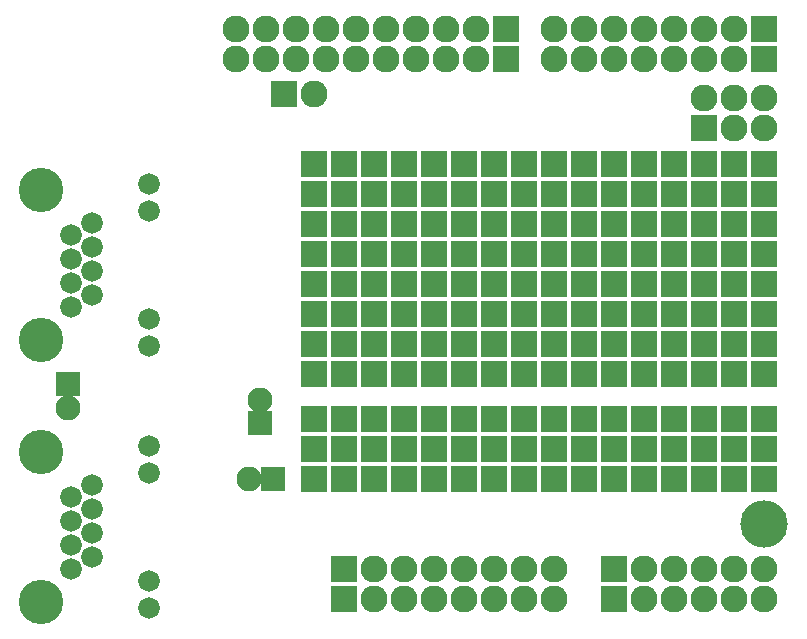
<source format=gbs>
G04 #@! TF.FileFunction,Soldermask,Bot*
%FSLAX46Y46*%
G04 Gerber Fmt 4.6, Leading zero omitted, Abs format (unit mm)*
G04 Created by KiCad (PCBNEW (2014-jul-16 BZR unknown)-product) date Ter 09 Dez 2014 18:00:34 BRST*
%MOMM*%
G01*
G04 APERTURE LIST*
%ADD10C,0.150000*%
%ADD11C,4.008000*%
%ADD12C,2.286000*%
%ADD13R,2.286000X2.286000*%
%ADD14C,2.108000*%
%ADD15R,2.108000X2.108000*%
%ADD16C,1.828800*%
%ADD17C,3.759200*%
G04 APERTURE END LIST*
D10*
D11*
X63632400Y-44450000D03*
D12*
X63652400Y-50800000D03*
X61112400Y-50800000D03*
X58572400Y-50800000D03*
D13*
X50952400Y-50800000D03*
D12*
X53492400Y-50800000D03*
X56032400Y-50800000D03*
X63652400Y-48260000D03*
X61112400Y-48260000D03*
X58572400Y-48260000D03*
D13*
X50952400Y-48260000D03*
D12*
X53492400Y-48260000D03*
X56032400Y-48260000D03*
D14*
X4673600Y-34629600D03*
D15*
X4673600Y-32629600D03*
D14*
X20005800Y-40640000D03*
D15*
X22005800Y-40640000D03*
D14*
X20929600Y-33975800D03*
D15*
X20929600Y-35975800D03*
D12*
X18948400Y-2540000D03*
X26568400Y-2540000D03*
X29108400Y-2540000D03*
X24028400Y-2540000D03*
X21488400Y-2540000D03*
X31648400Y-2540000D03*
X34188400Y-2540000D03*
D13*
X41808400Y-2540000D03*
D12*
X39268400Y-2540000D03*
X36728400Y-2540000D03*
X18948400Y-5080000D03*
X26568400Y-5080000D03*
X29108400Y-5080000D03*
X24028400Y-5080000D03*
X21488400Y-5080000D03*
X31648400Y-5080000D03*
X34188400Y-5080000D03*
D13*
X41808400Y-5080000D03*
D12*
X39268400Y-5080000D03*
X36728400Y-5080000D03*
X48412400Y-2540000D03*
X50952400Y-2540000D03*
X45872400Y-2540000D03*
X53492400Y-2540000D03*
X56032400Y-2540000D03*
D13*
X63652400Y-2540000D03*
D12*
X61112400Y-2540000D03*
X58572400Y-2540000D03*
X48412400Y-5080000D03*
X50952400Y-5080000D03*
X45872400Y-5080000D03*
X53492400Y-5080000D03*
X56032400Y-5080000D03*
D13*
X63652400Y-5080000D03*
D12*
X61112400Y-5080000D03*
X58572400Y-5080000D03*
D16*
X11582400Y-29413200D03*
X11582400Y-27127200D03*
X11582400Y-17983200D03*
X11582400Y-15697200D03*
X6756400Y-18999200D03*
X6756400Y-21031200D03*
X6756400Y-23063200D03*
X6756400Y-25095200D03*
X4978400Y-22047200D03*
X4978400Y-24079200D03*
X4978400Y-20015200D03*
X4978400Y-26111200D03*
D17*
X2438400Y-28905200D03*
X2438400Y-16205200D03*
D16*
X11582400Y-51562000D03*
X11582400Y-49276000D03*
X11582400Y-40132000D03*
X11582400Y-37846000D03*
X6756400Y-41148000D03*
X6756400Y-43180000D03*
X6756400Y-45212000D03*
X6756400Y-47244000D03*
X4978400Y-44196000D03*
X4978400Y-46228000D03*
X4978400Y-42164000D03*
X4978400Y-48260000D03*
D17*
X2438400Y-51054000D03*
X2438400Y-38354000D03*
D13*
X58572400Y-10922000D03*
D12*
X58572400Y-8382000D03*
X61112400Y-10922000D03*
X61112400Y-8382000D03*
X63652400Y-10922000D03*
X63652400Y-8382000D03*
X43332400Y-50800000D03*
X40792400Y-50800000D03*
X45872400Y-50800000D03*
X38252400Y-50800000D03*
X35712400Y-50800000D03*
D13*
X28092400Y-50800000D03*
D12*
X30632400Y-50800000D03*
X33172400Y-50800000D03*
X43332400Y-48260000D03*
X40792400Y-48260000D03*
X45872400Y-48260000D03*
X38252400Y-48260000D03*
X35712400Y-48260000D03*
D13*
X28092400Y-48260000D03*
D12*
X30632400Y-48260000D03*
X33172400Y-48260000D03*
D13*
X63652400Y-29210000D03*
X61112400Y-29210000D03*
X58572400Y-29210000D03*
X56032400Y-29210000D03*
X53492400Y-29210000D03*
X50952400Y-29210000D03*
X48412400Y-29210000D03*
X40792400Y-29210000D03*
X38252400Y-29210000D03*
X43332400Y-29210000D03*
X45872400Y-29210000D03*
X35712400Y-29210000D03*
X33172400Y-29210000D03*
X25552400Y-29210000D03*
X28092400Y-29210000D03*
X30632400Y-29210000D03*
X30632400Y-31750000D03*
X28092400Y-31750000D03*
X25552400Y-31750000D03*
X33172400Y-31750000D03*
X35712400Y-31750000D03*
X45872400Y-31750000D03*
X43332400Y-31750000D03*
X38252400Y-31750000D03*
X40792400Y-31750000D03*
X48412400Y-31750000D03*
X50952400Y-31750000D03*
X53492400Y-31750000D03*
X56032400Y-31750000D03*
X58572400Y-31750000D03*
X61112400Y-31750000D03*
X63652400Y-31750000D03*
X63652400Y-26670000D03*
X61112400Y-26670000D03*
X58572400Y-26670000D03*
X56032400Y-26670000D03*
X53492400Y-26670000D03*
X50952400Y-26670000D03*
X48412400Y-26670000D03*
X40792400Y-26670000D03*
X38252400Y-26670000D03*
X43332400Y-26670000D03*
X45872400Y-26670000D03*
X35712400Y-26670000D03*
X33172400Y-26670000D03*
X25552400Y-26670000D03*
X28092400Y-26670000D03*
X30632400Y-26670000D03*
X30632400Y-24130000D03*
X28092400Y-24130000D03*
X25552400Y-24130000D03*
X33172400Y-24130000D03*
X35712400Y-24130000D03*
X45872400Y-24130000D03*
X43332400Y-24130000D03*
X38252400Y-24130000D03*
X40792400Y-24130000D03*
X48412400Y-24130000D03*
X50952400Y-24130000D03*
X53492400Y-24130000D03*
X56032400Y-24130000D03*
X58572400Y-24130000D03*
X61112400Y-24130000D03*
X63652400Y-24130000D03*
X63652400Y-21590000D03*
X61112400Y-21590000D03*
X58572400Y-21590000D03*
X56032400Y-21590000D03*
X53492400Y-21590000D03*
X50952400Y-21590000D03*
X48412400Y-21590000D03*
X40792400Y-21590000D03*
X38252400Y-21590000D03*
X43332400Y-21590000D03*
X45872400Y-21590000D03*
X35712400Y-21590000D03*
X33172400Y-21590000D03*
X25552400Y-21590000D03*
X28092400Y-21590000D03*
X30632400Y-21590000D03*
X30632400Y-19050000D03*
X28092400Y-19050000D03*
X25552400Y-19050000D03*
X33172400Y-19050000D03*
X35712400Y-19050000D03*
X45872400Y-19050000D03*
X43332400Y-19050000D03*
X38252400Y-19050000D03*
X40792400Y-19050000D03*
X48412400Y-19050000D03*
X50952400Y-19050000D03*
X53492400Y-19050000D03*
X56032400Y-19050000D03*
X58572400Y-19050000D03*
X61112400Y-19050000D03*
X63652400Y-19050000D03*
X63652400Y-16510000D03*
X61112400Y-16510000D03*
X58572400Y-16510000D03*
X56032400Y-16510000D03*
X53492400Y-16510000D03*
X50952400Y-16510000D03*
X48412400Y-16510000D03*
X40792400Y-16510000D03*
X38252400Y-16510000D03*
X43332400Y-16510000D03*
X45872400Y-16510000D03*
X35712400Y-16510000D03*
X33172400Y-16510000D03*
X25552400Y-16510000D03*
X28092400Y-16510000D03*
X30632400Y-16510000D03*
X30632400Y-13970000D03*
X28092400Y-13970000D03*
X25552400Y-13970000D03*
X33172400Y-13970000D03*
X35712400Y-13970000D03*
X45872400Y-13970000D03*
X43332400Y-13970000D03*
X38252400Y-13970000D03*
X40792400Y-13970000D03*
X48412400Y-13970000D03*
X50952400Y-13970000D03*
X53492400Y-13970000D03*
X56032400Y-13970000D03*
X58572400Y-13970000D03*
X61112400Y-13970000D03*
X63652400Y-13970000D03*
X63652400Y-38100000D03*
X61112400Y-38100000D03*
X58572400Y-38100000D03*
X56032400Y-38100000D03*
X53492400Y-38100000D03*
X50952400Y-38100000D03*
X48412400Y-38100000D03*
X40792400Y-38100000D03*
X38252400Y-38100000D03*
X43332400Y-38100000D03*
X45872400Y-38100000D03*
X35712400Y-38100000D03*
X33172400Y-38100000D03*
X25552400Y-38100000D03*
X28092400Y-38100000D03*
X30632400Y-38100000D03*
X63652400Y-40640000D03*
X61112400Y-40640000D03*
X58572400Y-40640000D03*
X56032400Y-40640000D03*
X53492400Y-40640000D03*
X50952400Y-40640000D03*
X48412400Y-40640000D03*
X40792400Y-40640000D03*
X38252400Y-40640000D03*
X43332400Y-40640000D03*
X45872400Y-40640000D03*
X35712400Y-40640000D03*
X33172400Y-40640000D03*
X25552400Y-40640000D03*
X28092400Y-40640000D03*
X30632400Y-40640000D03*
X63652400Y-35560000D03*
X61112400Y-35560000D03*
X58572400Y-35560000D03*
X56032400Y-35560000D03*
X53492400Y-35560000D03*
X50952400Y-35560000D03*
X48412400Y-35560000D03*
X40792400Y-35560000D03*
X38252400Y-35560000D03*
X43332400Y-35560000D03*
X45872400Y-35560000D03*
X35712400Y-35560000D03*
X33172400Y-35560000D03*
X25552400Y-35560000D03*
X28092400Y-35560000D03*
X30632400Y-35560000D03*
X22992400Y-8120000D03*
D12*
X25532400Y-8120000D03*
M02*

</source>
